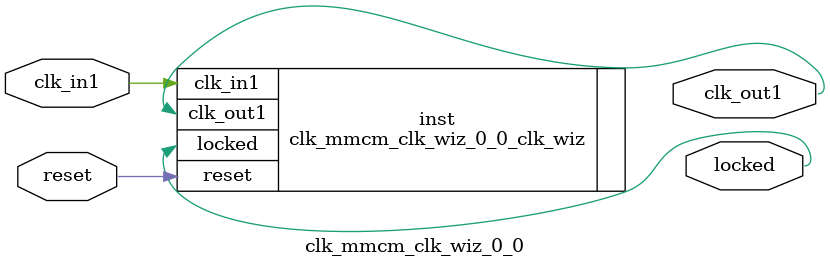
<source format=v>


`timescale 1ps/1ps

(* CORE_GENERATION_INFO = "clk_mmcm_clk_wiz_0_0,clk_wiz_v6_0_14_0_0,{component_name=clk_mmcm_clk_wiz_0_0,use_phase_alignment=true,use_min_o_jitter=false,use_max_i_jitter=false,use_dyn_phase_shift=false,use_inclk_switchover=false,use_dyn_reconfig=false,enable_axi=0,feedback_source=FDBK_AUTO,PRIMITIVE=MMCM,num_out_clk=1,clkin1_period=10.000,clkin2_period=10.000,use_power_down=false,use_reset=true,use_locked=true,use_inclk_stopped=false,feedback_type=SINGLE,CLOCK_MGR_TYPE=NA,manual_override=false}" *)

module clk_mmcm_clk_wiz_0_0 
 (
  // Clock out ports
  output        clk_out1,
  // Status and control signals
  input         reset,
  output        locked,
 // Clock in ports
  input         clk_in1
 );

  clk_mmcm_clk_wiz_0_0_clk_wiz inst
  (
  // Clock out ports  
  .clk_out1(clk_out1),
  // Status and control signals               
  .reset(reset), 
  .locked(locked),
 // Clock in ports
  .clk_in1(clk_in1)
  );

endmodule

</source>
